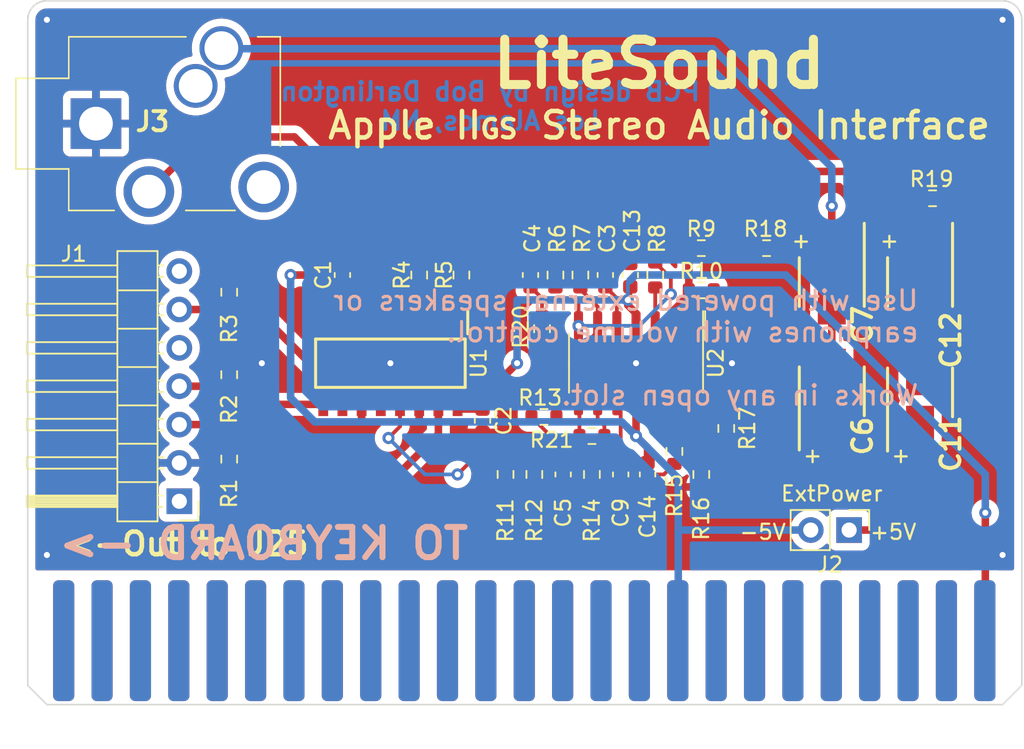
<source format=kicad_pcb>
(kicad_pcb (version 20211014) (generator pcbnew)
  (title_block (title "LiteSound stereo audio adapter for the Apple IIGS") (date "2022-07-16") (rev "2") (company "X-Division Aerospace, LLC - Los Alamos, NM 87544") (comment 1 "rdarlington@gmail.com") (comment 2 "PCB Layout by Bob Darlington"))
  (layers (0 "F.Cu" signal) (31 "B.Cu" signal) (34 "B.Paste" user) (35 "F.Paste" user) (36 "B.SilkS" user "B.Silkscreen") (37 "F.SilkS" user "F.Silkscreen") (38 "B.Mask" user) (39 "F.Mask" user) (44 "Edge.Cuts" user))
  (net 0 "")
  (net 1 "Net-(C9-Pad2)")
  (net 2 "Net-(R4-Pad2)")
  (net 4 "Net-(C5-Pad1)")
  (net 5 "Net-(C5-Pad2)")
  (net 8 "+5V")
  (net 9 "-5V")
  (net 10 "GNDA")
  (net 11 "Net-(C3-Pad2)")
  (net 12 "Net-(C4-Pad1)")
  (net 13 "Net-(C4-Pad2)")
  (net 14 "Net-(R20-Pad2)")
  (net 15 "Net-(R8-Pad2)")
  (net 16 "Net-(J1-Pad3)")
  (net 17 "Net-(J1-Pad4)")
  (net 18 "Net-(J1-Pad6)")
  (net 67 "Net-(R11-Pad2)")
  (net 68 "Net-(C7-Pad1)")
  (net 71 "Net-(R10-Pad1)")
  (net 72 "Net-(R14-Pad1)")
  (net 73 "Net-(R15-Pad2)")
  (net 74 "Net-(C6-Pad2)")
  (net 75 "Net-(R16-Pad1)")
  (net 76 "Net-(C11-Pad2)")
  (net 77 "Net-(C6-Pad1)")
  (net 78 "Net-(C11-Pad1)")
  (net 79 "Net-(C12-Pad1)")
  (footprint "fp-lib-table:SOIC127P600X175-16N" (layer "F.Cu") (at 135.128 107.5665 -90)
    (fp_text reference "U1" (at 0 -5.842 -90) (layer "F.SilkS"))
    (fp_text value "74HC4052D" hide)
    (pad "1" smd rect (at -2.725 -4.445) (size 0.65 1.55) (layers "F.Cu" "F.Paste" "F.Mask") (net 16 "Net-(J1-Pad3)"))
    (pad "2" smd rect (at -2.725 -3.175) (size 0.65 1.55) (layers "F.Cu" "F.Paste" "F.Mask") (net 10 "GNDA"))
    (pad "3" smd rect (at -2.725 -1.905) (size 0.65 1.55) (layers "F.Cu" "F.Paste" "F.Mask") (net 2 "Net-(R4-Pad2)"))
    (pad "4" smd rect (at -2.725 -0.635) (size 0.65 1.55) (layers "F.Cu" "F.Paste" "F.Mask") (net 10 "GNDA"))
    (pad "5" smd rect (at -2.725 0.635) (size 0.65 1.55) (layers "F.Cu" "F.Paste" "F.Mask") (net 10 "GNDA"))
    (pad "6" smd rect (at -2.725 1.905) (size 0.65 1.55) (layers "F.Cu" "F.Paste" "F.Mask") (net 10 "GNDA"))
    (pad "7" smd rect (at -2.725 3.175) (size 0.65 1.55) (layers "F.Cu" "F.Paste" "F.Mask") (net 9 "-5V"))
    (pad "8" smd rect (at -2.725 4.445) (size 0.65 1.55) (layers "F.Cu" "F.Paste" "F.Mask") (net 10 "GNDA"))
    (pad "9" smd rect (at 2.725 4.445) (size 0.65 1.55) (layers "F.Cu" "F.Paste" "F.Mask") (net 17 "Net-(J1-Pad4)"))
    (pad "10" smd rect (at 2.725 3.175) (size 0.65 1.55) (layers "F.Cu" "F.Paste" "F.Mask") (net 18 "Net-(J1-Pad6)"))
    (pad "11" smd rect (at 2.725 1.905) (size 0.65 1.55) (layers "F.Cu" "F.Paste" "F.Mask") (net 10 "GNDA"))
    (pad "12" smd rect (at 2.725 0.635) (size 0.65 1.55) (layers "F.Cu" "F.Paste" "F.Mask") (net 10 "GNDA"))
    (pad "13" smd rect (at 2.725 -0.635) (size 0.65 1.55) (layers "F.Cu" "F.Paste" "F.Mask") (net 67 "Net-(R11-Pad2)"))
    (pad "14" smd rect (at 2.725 -1.905) (size 0.65 1.55) (layers "F.Cu" "F.Paste" "F.Mask") (net 10 "GNDA"))
    (pad "15" smd rect (at 2.725 -3.175) (size 0.65 1.55) (layers "F.Cu" "F.Paste" "F.Mask") (net 16 "Net-(J1-Pad3)"))
    (pad "16" smd rect (at 2.725 -4.445) (size 0.65 1.55) (layers "F.Cu" "F.Paste" "F.Mask") (net 8 "+5V"))
  )
  (footprint "Resistor_SMD:R_0603_1608Metric" (layer "F.Cu") (at 145.288 111.1225)
    (fp_text reference "R13" (at -0.254 -1.27) (layer "F.SilkS"))
    (fp_text value "10K")
    (pad "1" smd roundrect (at -0.825 0) (size 0.8 0.95) (layers "F.Cu" "F.Paste" "F.Mask") (net 4 "Net-(C5-Pad1)"))
    (pad "2" smd roundrect (at 0.825 0) (size 0.8 0.95) (layers "F.Cu" "F.Paste" "F.Mask") (net 1 "Net-(C9-Pad2)"))
  )
  (footprint "fp-lib-table:CAPAE430X610N" (layer "F.Cu") (at 164.338 101.6525 -90)
    (fp_text reference "C7" (at 3.374 -2.032 -90) (layer "F.SilkS") (effects (font (size 1.27 1.27) (thickness 0.254))))
    (fp_text value "10uF" hide)
    (pad "1" smd rect locked (at -1.85 0) (size 1.85 3) (layers "F.Cu" "F.Paste" "F.Mask") (net 68 "Net-(C7-Pad1)"))
    (pad "2" smd rect locked (at 1.85 0) (size 1.85 3) (layers "F.Cu" "F.Paste" "F.Mask") (net 74 "Net-(C6-Pad2)"))
  )
  (footprint "Resistor_SMD:R_0603_1608Metric" (layer "F.Cu") (at 155.702 114.935 -90)
    (fp_text reference "R16" (at 2.921 0 90) (layer "F.SilkS"))
    (fp_text value "10K")
    (pad "1" smd roundrect (at -0.825 0 270) (size 0.8 0.95) (layers "F.Cu" "F.Paste" "F.Mask") (net 75 "Net-(R16-Pad1)"))
    (pad "2" smd roundrect (at 0.825 0 270) (size 0.8 0.95) (layers "F.Cu" "F.Paste" "F.Mask") (net 10 "GNDA"))
  )
  (footprint "Capacitor_SMD:C_0603_1608Metric" (layer "F.Cu") (at 141.224 111.3765 -90)
    (fp_text reference "C2" (at 0 -1.397 90) (layer "F.SilkS"))
    (fp_text value "0.1uF")
    (pad "1" smd roundrect (at -0.775 0 270) (size 0.9 0.95) (layers "F.Cu" "F.Paste" "F.Mask") (net 8 "+5V"))
    (pad "2" smd roundrect (at 0.775 0 270) (size 0.9 0.95) (layers "F.Cu" "F.Paste" "F.Mask") (net 10 "GNDA"))
  )
  (footprint "Resistor_SMD:R_0603_1608Metric" (layer "F.Cu") (at 155.702 99.9465)
    (fp_text reference "R9" (at 0 -1.27) (layer "F.SilkS"))
    (fp_text value "10K")
    (pad "1" smd roundrect (at -0.825 0) (size 0.8 0.95) (layers "F.Cu" "F.Paste" "F.Mask") (net 71 "Net-(R10-Pad1)"))
    (pad "2" smd roundrect (at 0.825 0) (size 0.8 0.95) (layers "F.Cu" "F.Paste" "F.Mask") (net 10 "GNDA"))
  )
  (footprint "Capacitor_SMD:C_0603_1608Metric" (layer "F.Cu") (at 149.352 101.7245 -90)
    (fp_text reference "C3" (at -2.413 -0.127 90) (layer "F.SilkS"))
    (fp_text value "1.5nF")
    (pad "1" smd roundrect (at -0.775 0 270) (size 0.9 0.95) (layers "F.Cu" "F.Paste" "F.Mask") (net 10 "GNDA"))
    (pad "2" smd roundrect (at 0.775 0 270) (size 0.9 0.95) (layers "F.Cu" "F.Paste" "F.Mask") (net 11 "Net-(C3-Pad2)"))
  )
  (footprint "Capacitor_SMD:C_0603_1608Metric" (layer "F.Cu") (at 146.558 114.9325 90)
    (fp_text reference "C5" (at -2.54 0 90) (layer "F.SilkS"))
    (fp_text value "1.5nF")
    (pad "1" smd roundrect (at -0.775 0 90) (size 0.9 0.95) (layers "F.Cu" "F.Paste" "F.Mask") (net 4 "Net-(C5-Pad1)"))
    (pad "2" smd roundrect (at 0.775 0 90) (size 0.9 0.95) (layers "F.Cu" "F.Paste" "F.Mask") (net 5 "Net-(C5-Pad2)"))
  )
  (footprint "Resistor_SMD:R_0603_1608Metric" (layer "F.Cu") (at 153.924 113.4085 90)
    (fp_text reference "R15" (at -2.9235 0 90) (layer "F.SilkS"))
    (fp_text value "10K")
    (pad "1" smd roundrect (at -0.825 0 90) (size 0.8 0.95) (layers "F.Cu" "F.Paste" "F.Mask") (net 5 "Net-(C5-Pad2)"))
    (pad "2" smd roundrect (at 0.825 0 90) (size 0.8 0.95) (layers "F.Cu" "F.Paste" "F.Mask") (net 73 "Net-(R15-Pad2)"))
  )
  (footprint "Capacitor_SMD:C_0603_1608Metric" (layer "F.Cu") (at 150.368 114.9325 90)
    (fp_text reference "C9" (at -2.54 0 90) (layer "F.SilkS"))
    (fp_text value "1.5nF")
    (pad "1" smd roundrect (at -0.775 0 90) (size 0.9 0.95) (layers "F.Cu" "F.Paste" "F.Mask") (net 10 "GNDA"))
    (pad "2" smd roundrect (at 0.775 0 90) (size 0.9 0.95) (layers "F.Cu" "F.Paste" "F.Mask") (net 1 "Net-(C9-Pad2)"))
  )
  (footprint "Resistor_SMD:R_0603_1608Metric" (layer "F.Cu") (at 148.463 112.3925)
    (fp_text reference "R21" (at -2.667 0.254) (layer "F.SilkS"))
    (fp_text value "10K")
    (pad "1" smd roundrect (at -0.825 0) (size 0.8 0.95) (layers "F.Cu" "F.Paste" "F.Mask") (net 5 "Net-(C5-Pad2)"))
    (pad "2" smd roundrect (at 0.825 0) (size 0.8 0.95) (layers "F.Cu" "F.Paste" "F.Mask") (net 72 "Net-(R14-Pad1)"))
  )
  (footprint "Resistor_SMD:R_0603_1608Metric" (layer "F.Cu") (at 160.02 99.9465)
    (fp_text reference "R18" (at -0.063 -1.27) (layer "F.SilkS"))
    (fp_text value "56k")
    (pad "1" smd roundrect (at -0.825 0) (size 0.8 0.95) (layers "F.Cu" "F.Paste" "F.Mask") (net 10 "GNDA"))
    (pad "2" smd roundrect (at 0.825 0) (size 0.8 0.95) (layers "F.Cu" "F.Paste" "F.Mask") (net 68 "Net-(C7-Pad1)"))
  )
  (footprint "Connector_PinHeader_2.54mm:PinHeader_1x02_P2.54mm_Vertical" (layer "F.Cu") (at 165.486 118.6155 -90)
    (fp_text reference "J2" (at 2.2885 1.275) (layer "F.SilkS"))
    (fp_text value "Conn_01x02_Male")
    (pad "1" thru_hole rect (at 0 0 270) (size 1.7 1.7) (drill 1) (layers *.Cu *.Mask) (net 8 "+5V"))
    (pad "2" thru_hole oval (at 0 2.54 270) (size 1.7 1.7) (drill 1) (layers *.Cu *.Mask) (net 9 "-5V"))
  )
  (footprint "Resistor_SMD:R_0603_1608Metric" (layer "F.Cu") (at 171.005 96.6445 180)
    (fp_text reference "R19" (at 0.063 1.2675) (layer "F.SilkS"))
    (fp_text value "56k")
    (pad "1" smd roundrect (at -0.825 0 180) (size 0.8 0.95) (layers "F.Cu" "F.Paste" "F.Mask") (net 10 "GNDA"))
    (pad "2" smd roundrect (at 0.825 0 180) (size 0.8 0.95) (layers "F.Cu" "F.Paste" "F.Mask") (net 79 "Net-(C12-Pad1)"))
  )
  (footprint "Resistor_SMD:R_0603_1608Metric" (layer "F.Cu") (at 146.05 101.727 -90)
    (fp_text reference "R6" (at -2.413 -0.127 90) (layer "F.SilkS"))
    (fp_text value "10K")
    (pad "1" smd roundrect (at -0.825 0 270) (size 0.8 0.95) (layers "F.Cu" "F.Paste" "F.Mask") (net 12 "Net-(C4-Pad1)"))
    (pad "2" smd roundrect (at 0.825 0 270) (size 0.8 0.95) (layers "F.Cu" "F.Paste" "F.Mask") (net 11 "Net-(C3-Pad2)"))
  )
  (footprint "Fiducial:Fiducial_1mm_Mask2mm" (layer "F.Cu") (at 132.6896 107.5436)
    (fp_text reference "REF02" hide)
    (fp_text value "Fiducial_1mm_Mask2mm" hide)
    (pad "" smd circle (at 0.0254 0.0254) (size 1 1) (layers "F.Cu" "F.Mask") (clearance 0.5))
  )
  (footprint "Capacitor_SMD:C_0603_1608Metric" (layer "F.Cu") (at 144.399 101.727 -90)
    (fp_text reference "C4" (at -2.413 -0.127 90) (layer "F.SilkS"))
    (fp_text value "1.5nF")
    (pad "1" smd roundrect (at -0.775 0 270) (size 0.9 0.95) (layers "F.Cu" "F.Paste" "F.Mask") (net 12 "Net-(C4-Pad1)"))
    (pad "2" smd roundrect (at 0.775 0 270) (size 0.9 0.95) (layers "F.Cu" "F.Paste" "F.Mask") (net 13 "Net-(C4-Pad2)"))
  )
  (footprint "Capacitor_SMD:C_0603_1608Metric" (layer "F.Cu") (at 151.003 101.727 -90)
    (fp_text reference "C13" (at -2.921 -0.127 90) (layer "F.SilkS"))
    (fp_text value "0.1uF")
    (pad "1" smd roundrect (at -0.775 0 270) (size 0.9 0.95) (layers "F.Cu" "F.Paste" "F.Mask") (net 10 "GNDA"))
    (pad "2" smd roundrect (at 0.775 0 270) (size 0.9 0.95) (layers "F.Cu" "F.Paste" "F.Mask") (net 8 "+5V"))
  )
  (footprint "Fiducial:Fiducial_1mm_Mask2mm" (layer "F.Cu") (at 114.935 87.122)
    (fp_text reference "REF01" hide)
    (fp_text value "Fiducial_1mm_Mask2mm" hide)
    (pad "FID1" smd circle (at 0 0) (size 1 1) (property pad_prop_fiducial_loc) (layers "F.Cu" "F.Mask") (clearance 0.5))
  )
  (footprint "Resistor_SMD:R_0603_1608Metric" (layer "F.Cu") (at 147.701 101.727 90)
    (fp_text reference "R7" (at 2.413 0.127 90) (layer "F.SilkS"))
    (fp_text value "10K")
    (pad "1" smd roundrect (at -0.825 0 90) (size 0.8 0.95) (layers "F.Cu" "F.Paste" "F.Mask") (net 14 "Net-(R20-Pad2)"))
    (pad "2" smd roundrect (at 0.825 0 90) (size 0.8 0.95) (layers "F.Cu" "F.Paste" "F.Mask") (net 10 "GNDA"))
  )
  (footprint "Resistor_SMD:R_0603_1608Metric" (layer "F.Cu") (at 142.748 114.9325 90)
    (fp_text reference "R11" (at -3.048 0 90) (layer "F.SilkS"))
    (fp_text value "10K")
    (pad "1" smd roundrect (at -0.825 0 90) (size 0.8 0.95) (layers "F.Cu" "F.Paste" "F.Mask") (net 10 "GNDA"))
    (pad "2" smd roundrect (at 0.825 0 90) (size 0.8 0.95) (layers "F.Cu" "F.Paste" "F.Mask") (net 67 "Net-(R11-Pad2)"))
  )
  (footprint "Capacitor_SMD:C_0603_1608Metric" (layer "F.Cu") (at 152.146 114.9325 90)
    (fp_text reference "C14" (at -2.794 0 90) (layer "F.SilkS"))
    (fp_text value "0.1uF")
    (pad "1" smd roundrect (at -0.775 0 90) (size 0.9 0.95) (layers "F.Cu" "F.Paste" "F.Mask") (net 10 "GNDA"))
    (pad "2" smd roundrect (at 0.775 0 90) (size 0.9 0.95) (layers "F.Cu" "F.Paste" "F.Mask") (net 9 "-5V"))
  )
  (footprint "Resistor_SMD:R_0603_1608Metric" (layer "F.Cu") (at 155.702 102.7405)
    (fp_text reference "R10" (at 0 -1.27) (layer "F.SilkS"))
    (fp_text value "15K")
    (pad "1" smd roundrect (at -0.825 0) (size 0.8 0.95) (layers "F.Cu" "F.Paste" "F.Mask") (net 71 "Net-(R10-Pad1)"))
    (pad "2" smd roundrect (at 0.825 0) (size 0.8 0.95) (layers "F.Cu" "F.Paste" "F.Mask") (net 77 "Net-(C6-Pad1)"))
  )
  (footprint "Resistor_SMD:R_0603_1608Metric" (layer "F.Cu") (at 124.46 108.3285 -90)
    (fp_text reference "R2" (at 2.286 0 -270) (layer "F.SilkS"))
    (fp_text value "10K")
    (pad "1" smd roundrect (at -0.825 0 270) (size 0.8 0.95) (layers "F.Cu" "F.Paste" "F.Mask") (net 10 "GNDA"))
    (pad "2" smd roundrect (at 0.825 0 270) (size 0.8 0.95) (layers "F.Cu" "F.Paste" "F.Mask") (net 17 "Net-(J1-Pad4)"))
  )
  (footprint "Resistor_SMD:R_0603_1608Metric" (layer "F.Cu") (at 148.463 114.9325 -90)
    (fp_text reference "R14" (at 3.048 0 90) (layer "F.SilkS"))
    (fp_text value "10K")
    (pad "1" smd roundrect (at -0.825 0 270) (size 0.8 0.95) (layers "F.Cu" "F.Paste" "F.Mask") (net 72 "Net-(R14-Pad1)"))
    (pad "2" smd roundrect (at 0.825 0 270) (size 0.8 0.95) (layers "F.Cu" "F.Paste" "F.Mask") (net 10 "GNDA"))
  )
  (footprint "Resistor_SMD:R_0603_1608Metric" (layer "F.Cu") (at 152.654 101.7245 -90)
    (fp_text reference "R8" (at -2.413 -0.127 90) (layer "F.SilkS"))
    (fp_text value "10K")
    (pad "1" smd roundrect (at -0.825 0 270) (size 0.8 0.95) (layers "F.Cu" "F.Paste" "F.Mask") (net 13 "Net-(C4-Pad2)"))
    (pad "2" smd roundrect (at 0.825 0 270) (size 0.8 0.95) (layers "F.Cu" "F.Paste" "F.Mask") (net 15 "Net-(R8-Pad2)"))
  )
  (footprint "Package_SO:SOIC-14_3.9x8.7mm_P1.27mm" (layer "F.Cu") (at 151.384 107.5665 -90)
    (fp_text reference "U2" (at 0 -5.28 90) (layer "F.SilkS"))
    (fp_text value "TL074" hide)
    (pad "1" smd roundrect (at -2.475 -3.81 270) (size 1.95 0.6) (layers "F.Cu" "F.Paste" "F.Mask") (net 77 "Net-(C6-Pad1)"))
    (pad "2" smd roundrect (at -2.475 -2.54 270) (size 1.95 0.6) (layers "F.Cu" "F.Paste" "F.Mask") (net 71 "Net-(R10-Pad1)"))
    (pad "3" smd roundrect (at -2.475 -1.27 270) (size 1.95 0.6) (layers "F.Cu" "F.Paste" "F.Mask") (net 15 "Net-(R8-Pad2)"))
    (pad "4" smd roundrect (at -2.475 0 270) (size 1.95 0.6) (layers "F.Cu" "F.Paste" "F.Mask") (net 8 "+5V"))
    (pad "5" smd roundrect (at -2.475 1.27 270) (size 1.95 0.6) (layers "F.Cu" "F.Paste" "F.Mask") (net 11 "Net-(C3-Pad2)"))
    (pad "6" smd roundrect (at -2.475 2.54 270) (size 1.95 0.6) (layers "F.Cu" "F.Paste" "F.Mask") (net 14 "Net-(R20-Pad2)"))
    (pad "7" smd roundrect (at -2.475 3.81 270) (size 1.95 0.6) (layers "F.Cu" "F.Paste" "F.Mask") (net 13 "Net-(C4-Pad2)"))
    (pad "8" smd roundrect (at 2.475 3.81 270) (size 1.95 0.6) (layers "F.Cu" "F.Paste" "F.Mask") (net 5 "Net-(C5-Pad2)"))
    (pad "9" smd roundrect (at 2.475 2.54 270) (size 1.95 0.6) (layers "F.Cu" "F.Paste" "F.Mask") (net 72 "Net-(R14-Pad1)"))
    (pad "10" smd roundrect (at 2.475 1.27 270) (size 1.95 0.6) (layers "F.Cu" "F.Paste" "F.Mask") (net 1 "Net-(C9-Pad2)"))
    (pad "11" smd roundrect (at 2.475 0 270) (size 1.95 0.6) (layers "F.Cu" "F.Paste" "F.Mask") (net 9 "-5V"))
    (pad "12" smd roundrect (at 2.475 -1.27 270) (size 1.95 0.6) (layers "F.Cu" "F.Paste" "F.Mask") (net 73 "Net-(R15-Pad2)"))
    (pad "13" smd roundrect (at 2.475 -2.54 270) (size 1.95 0.6) (layers "F.Cu" "F.Paste" "F.Mask") (net 75 "Net-(R16-Pad1)"))
    (pad "14" smd roundrect (at 2.475 -3.81 270) (size 1.95 0.6) (layers "F.Cu" "F.Paste" "F.Mask") (net 78 "Net-(C11-Pad1)"))
  )
  (footprint "Apple2:Apple2_card_slot" (layer "F.Cu") (at 110.966 129.7515)
    (fp_text reference "J4")
    (fp_text value "AppleII_slot")
    (pad "1" smd roundrect (at 2.54 -3.81) (size 1.4 8) (layers "F.Cu" "F.Mask"))
    (pad "2" smd roundrect (at 5.08 -3.81) (size 1.4 8) (layers "F.Cu" "F.Mask"))
    (pad "3" smd roundrect (at 7.62 -3.81) (size 1.4 8) (layers "F.Cu" "F.Mask"))
    (pad "4" smd roundrect (at 10.16 -3.81) (size 1.4 8) (layers "F.Cu" "F.Mask"))
    (pad "5" smd roundrect (at 12.7 -3.81) (size 1.4 8) (layers "F.Cu" "F.Mask"))
    (pad "6" smd roundrect (at 15.24 -3.81) (size 1.4 8) (layers "F.Cu" "F.Mask"))
    (pad "7" smd roundrect (at 17.78 -3.81) (size 1.4 8) (layers "F.Cu" "F.Mask"))
    (pad "8" smd roundrect (at 20.32 -3.81) (size 1.4 8) (layers "F.Cu" "F.Mask"))
    (pad "9" smd roundrect (at 22.86 -3.81) (size 1.4 8) (layers "F.Cu" "F.Mask"))
    (pad "10" smd roundrect (at 25.4 -3.81) (size 1.4 8) (layers "F.Cu" "F.Mask"))
    (pad "11" smd roundrect (at 27.94 -3.81) (size 1.4 8) (layers "F.Cu" "F.Mask"))
    (pad "12" smd roundrect (at 30.48 -3.81) (size 1.4 8) (layers "F.Cu" "F.Mask"))
    (pad "13" smd roundrect (at 33.02 -3.81) (size 1.4 8) (layers "F.Cu" "F.Mask"))
    (pad "14" smd roundrect (at 35.56 -3.81) (size 1.4 8) (layers "F.Cu" "F.Mask"))
    (pad "15" smd roundrect (at 38.1 -3.81) (size 1.4 8) (layers "F.Cu" "F.Mask"))
    (pad "16" smd roundrect (at 40.64 -3.81) (size 1.4 8) (layers "F.Cu" "F.Mask"))
    (pad "17" smd roundrect (at 43.18 -3.81) (size 1.4 8) (layers "F.Cu" "F.Mask"))
    (pad "18" smd roundrect (at 45.72 -3.81) (size 1.4 8) (layers "F.Cu" "F.Mask"))
    (pad "19" smd roundrect (at 48.26 -3.81) (size 1.4 8) (layers "F.Cu" "F.Mask"))
    (pad "20" smd roundrect (at 50.8 -3.81) (size 1.4 8) (layers "F.Cu" "F.Mask"))
    (pad "21" smd roundrect (at 53.34 -3.81) (size 1.4 8) (layers "F.Cu" "F.Mask"))
    (pad "22" smd roundrect (at 55.88 -3.81) (size 1.4 8) (layers "F.Cu" "F.Mask"))
    (pad "23" smd roundrect (at 58.42 -3.81) (size 1.4 8) (layers "F.Cu" "F.Mask"))
    (pad "24" smd roundrect (at 60.96 -3.81) (size 1.4 8) (layers "F.Cu" "F.Mask"))
    (pad "25" smd roundrect (at 63.5 -3.81) (size 1.4 8) (layers "F.Cu" "F.Mask") (net 8 "+5V"))
    (pad "26" smd roundrect (at 63.5 -3.81) (size 1.4 8) (layers "B.Cu" "B.Mask"))
    (pad "27" smd roundrect (at 60.96 -3.81) (size 1.4 8) (layers "B.Cu" "B.Mask"))
    (pad "28" smd roundrect (at 58.42 -3.81) (size 1.4 8) (layers "B.Cu" "B.Mask"))
    (pad "29" smd roundrect (at 55.88 -3.81) (size 1.4 8) (layers "B.Cu" "B.Mask"))
    (pad "30" smd roundrect (at 53.34 -3.81) (size 1.4 8) (layers "B.Cu" "B.Mask"))
    (pad "31" smd roundrect (at 50.8 -3.81) (size 1.4 8) (layers "B.Cu" "B.Mask"))
    (pad "32" smd roundrect (at 48.26 -3.81) (size 1.4 8) (layers "B.Cu" "B.Mask"))
    (pad "33" smd roundrect (at 45.72 -3.81) (size 1.4 8) (layers "B.Cu" "B.Mask"))
    (pad "34" smd roundrect (at 43.18 -3.81) (size 1.4 8) (layers "B.Cu" "B.Mask") (net 9 "-5V"))
    (pad "35" smd roundrect (at 40.64 -3.81) (size 1.4 8) (layers "B.Cu" "B.Mask"))
    (pad "36" smd roundrect (at 38.1 -3.81) (size 1.4 8) (layers "B.Cu" "B.Mask"))
    (pad "37" smd roundrect (at 35.56 -3.81) (size 1.4 8) (layers "B.Cu" "B.Mask"))
    (pad "38" smd roundrect (at 33.02 -3.81) (size 1.4 8) (layers "B.Cu" "B.Mask"))
    (pad "39" smd roundrect (at 30.48 -3.81) (size 1.4 8) (layers "B.Cu" "B.Mask"))
    (pad "40" smd roundrect (at 27.94 -3.81) (size 1.4 8) (layers "B.Cu" "B.Mask"))
    (pad "41" smd roundrect (at 25.4 -3.81) (size 1.4 8) (layers "B.Cu" "B.Mask"))
    (pad "42" smd roundrect (at 22.86 -3.81) (size 1.4 8) (layers "B.Cu" "B.Mask"))
    (pad "43" smd roundrect (at 20.32 -3.81) (size 1.4 8) (layers "B.Cu" "B.Mask"))
    (pad "44" smd roundrect (at 17.78 -3.81) (size 1.4 8) (layers "B.Cu" "B.Mask"))
    (pad "45" smd roundrect (at 15.24 -3.81) (size 1.4 8) (layers "B.Cu" "B.Mask"))
    (pad "46" smd roundrect (at 12.7 -3.81) (size 1.4 8) (layers "B.Cu" "B.Mask"))
    (pad "47" smd roundrect (at 10.16 -3.81) (size 1.4 8) (layers "B.Cu" "B.Mask"))
    (pad "48" smd roundrect (at 7.62 -3.81) (size 1.4 8) (layers "B.Cu" "B.Mask"))
    (pad "49" smd roundrect (at 5.08 -3.81) (size 1.4 8) (layers "B.Cu" "B.Mask"))
    (pad "50" smd roundrect (at 2.54 -3.81) (size 1.4 8) (layers "B.Cu" "B.Mask"))
  )
  (footprint "fp-lib-table:SJ13515N" (layer "F.Cu") (at 115.6415 91.701)
    (fp_text reference "J3" (at 3.739 -0.136) (layer "F.SilkS") (effects (font (size 1.27 1.27) (thickness 0.254))))
    (fp_text value "SJ1-3515N" hide)
    (pad "1" thru_hole rect locked (at 0 0) (size 3.354 3.354) (drill 2.23607) (layers *.Cu *.Mask) (net 10 "GNDA"))
    (pad "2" thru_hole circle locked (at 3.5 4.5) (size 3.354 3.354) (drill 2.23607) (layers *.Cu *.Mask) (net 79 "Net-(C12-Pad1)"))
    (pad "3" thru_hole circle locked (at 8.3 -5) (size 2.9 2.9) (drill 2.23607) (layers *.Cu *.Mask) (net 68 "Net-(C7-Pad1)"))
    (pad "4" thru_hole circle locked (at 11.1 4.2) (size 3.354 3.354) (drill 2.23607) (layers *.Cu *.Mask))
    (pad "5" thru_hole circle locked (at 6.6 -2.5) (size 2.9 2.9) (drill 2.23607) (layers *.Cu *.Mask))
  )
  (footprint "fp-lib-table:CAPAE430X610N" (layer "F.Cu") (at 170.18 101.6525 -90)
    (fp_text reference "C12" (at 4.39 -2.032 -90) (layer "F.SilkS") (effects (font (size 1.27 1.27) (thickness 0.254))))
    (fp_text value "10uF" hide)
    (pad "1" smd rect locked (at -1.85 0) (size 1.85 3) (layers "F.Cu" "F.Paste" "F.Mask") (net 79 "Net-(C12-Pad1)"))
    (pad "2" smd rect locked (at 1.85 0) (size 1.85 3) (layers "F.Cu" "F.Paste" "F.Mask") (net 76 "Net-(C11-Pad2)"))
  )
  (footprint "Fiducial:Fiducial_1mm_Mask2mm" (layer "F.Cu") (at 154.2796 107.5436)
    (fp_text reference "REF03" hide)
    (fp_text value "Fiducial_1mm_Mask2mm" hide)
    (pad "" smd circle (at 0.2794 0.0254) (size 1 1) (layers "F.Cu" "F.Mask") (clearance 0.5))
  )
  (footprint "Resistor_SMD:R_0603_1608Metric" (layer "F.Cu") (at 144.653 114.9325 -90)
    (fp_text reference "R12" (at 3.048 0 90) (layer "F.SilkS"))
    (fp_text value "10K")
    (pad "1" smd roundrect (at -0.825 0 270) (size 0.8 0.95) (layers "F.Cu" "F.Paste" "F.Mask") (net 67 "Net-(R11-Pad2)"))
    (pad "2" smd roundrect (at 0.825 0 270) (size 0.8 0.95) (layers "F.Cu" "F.Paste" "F.Mask") (net 4 "Net-(C5-Pad1)"))
  )
  (footprint "fp-lib-table:CAPAE430X610N" (layer "F.Cu") (at 164.338 109.9625 90)
    (fp_text reference "C6" (at -2.43 2.032 90) (layer "F.SilkS") (effects (font (size 1.27 1.27) (thickness 0.254))))
    (fp_text value "10uF" hide)
    (pad "1" smd rect locked (at -1.85 0 180) (size 1.85 3) (layers "F.Cu" "F.Paste" "F.Mask") (net 77 "Net-(C6-Pad1)"))
    (pad "2" smd rect locked (at 1.85 0 180) (size 1.85 3) (layers "F.Cu" "F.Paste" "F.Mask") (net 74 "Net-(C6-Pad2)"))
  )
  (footprint "Connector_PinHeader_2.54mm:PinHeader_1x07_P2.54mm_Horizontal" (layer "F.Cu") (at 121.158 116.7105 180)
    (fp_text reference "J1" (at 6.985 16.383) (layer "F.SilkS"))
    (fp_text value "Conn_01x07")
    (pad "1" thru_hole rect (at 0 0 180) (size 1.7 1.7) (drill 1) (layers *.Cu *.Mask))
    (pad "2" thru_hole oval (at 0 2.54 180) (size 1.7 1.7) (drill 1) (layers *.Cu *.Mask) (net 10 "GNDA"))
    (pad "3" thru_hole oval (at 0 5.08 180) (size 1.7 1.7) (drill 1) (layers *.Cu *.Mask) (net 16 "Net-(J1-Pad3)"))
    (pad "4" thru_hole oval (at 0 7.62 180) (size 1.7 1.7) (drill 1) (layers *.Cu *.Mask) (net 17 "Net-(J1-Pad4)"))
    (pad "5" thru_hole oval (at 0 10.16 180) (size 1.7 1.7) (drill 1) (layers *.Cu *.Mask))
    (pad "6" thru_hole oval (at 0 12.7 180) (size 1.7 1.7) (drill 1) (layers *.Cu *.Mask) (net 18 "Net-(J1-Pad6)"))
    (pad "7" thru_hole oval (at 0 15.24 180) (size 1.7 1.7) (drill 1) (layers *.Cu *.Mask))
  )
  (footprint "Capacitor_SMD:C_0603_1608Metric" (layer "F.Cu") (at 131.953 101.727 -90)
    (fp_text reference "C1" (at 0 1.27 90) (layer "F.SilkS"))
    (fp_text value "0.1uF")
    (pad "1" smd roundrect (at -0.775 0 270) (size 0.9 0.95) (layers "F.Cu" "F.Paste" "F.Mask") (net 10 "GNDA"))
    (pad "2" smd roundrect (at 0.775 0 270) (size 0.9 0.95) (layers "F.Cu" "F.Paste" "F.Mask") (net 9 "-5V"))
  )
  (footprint "Resistor_SMD:R_0603_1608Metric" (layer "F.Cu") (at 124.46 102.8675 -90)
    (fp_text reference "R3" (at 2.413 0 90) (layer "F.SilkS"))
    (fp_text value "10K")
    (pad "1" smd roundrect (at -0.825 0 270) (size 0.8 0.95) (layers "F.Cu" "F.Paste" "F.Mask") (net 10 "GNDA"))
    (pad "2" smd roundrect (at 0.825 0 270) (size 0.8 0.95) (layers "F.Cu" "F.Paste" "F.Mask") (net 18 "Net-(J1-Pad6)"))
  )
  (footprint "Resistor_SMD:R_0603_1608Metric" (layer "F.Cu") (at 137.033 101.727 -90)
    (fp_text reference "R4" (at 0 1.143 -270) (layer "F.SilkS"))
    (fp_text value "10K")
    (pad "1" smd roundrect (at -0.825 0 270) (size 0.8 0.95) (layers "F.Cu" "F.Paste" "F.Mask") (net 10 "GNDA"))
    (pad "2" smd roundrect (at 0.825 0 270) (size 0.8 0.95) (layers "F.Cu" "F.Paste" "F.Mask") (net 2 "Net-(R4-Pad2)"))
  )
  (footprint "Resistor_SMD:R_0603_1608Metric" (layer "F.Cu") (at 124.46 113.9165 90)
    (fp_text reference "R1" (at -2.286 0 270) (layer "F.SilkS"))
    (fp_text value "10K")
    (pad "1" smd roundrect (at -0.825 0 90) (size 0.8 0.95) (layers "F.Cu" "F.Paste" "F.Mask") (net 10 "GNDA"))
    (pad "2" smd roundrect (at 0.825 0 90) (size 0.8 0.95) (layers "F.Cu" "F.Paste" "F.Mask") (net 16 "Net-(J1-Pad3)"))
  )
  (footprint "Resistor_SMD:R_0603_1608Metric" (layer "F.Cu") (at 145.161 105.283 -90)
    (fp_text reference "R20" (at -0.127 1.397 90) (layer "F.SilkS"))
    (fp_text value "10K")
    (pad "1" smd roundrect (at -0.825 0 270) (size 0.8 0.95) (layers "F.Cu" "F.Paste" "F.Mask") (net 13 "Net-(C4-Pad2)"))
    (pad "2" smd roundrect (at 0.825 0 270) (size 0.8 0.95) (layers "F.Cu" "F.Paste" "F.Mask") (net 14 "Net-(R20-Pad2)"))
  )
  (footprint "Resistor_SMD:R_0603_1608Metric" (layer "F.Cu") (at 139.827 101.727 90)
    (fp_text reference "R5" (at 0 -1.143 90) (layer "F.SilkS"))
    (fp_text value "10K")
    (pad "1" smd roundrect (at -0.825 0 90) (size 0.8 0.95) (layers "F.Cu" "F.Paste" "F.Mask") (net 2 "Net-(R4-Pad2)"))
    (pad "2" smd roundrect (at 0.825 0 90) (size 0.8 0.95) (layers "F.Cu" "F.Paste" "F.Mask") (net 12 "Net-(C4-Pad1)"))
  )
  (footprint "fp-lib-table:CAPAE430X610N" (layer "F.Cu") (at 170.18 110.0345 90)
    (fp_text reference "C11" (at -2.866 2.032 90) (layer "F.SilkS") (effects (font (size 1.27 1.27) (thickness 0.254))))
    (fp_text value "10uF" hide)
    (pad "1" smd rect locked (at -1.85 0 180) (size 1.85 3) (layers "F.Cu" "F.Paste" "F.Mask") (net 78 "Net-(C11-Pad1)"))
    (pad "2" smd rect locked (at 1.85 0 180) (size 1.85 3) (layers "F.Cu" "F.Paste" "F.Mask") (net 76 "Net-(C11-Pad2)"))
  )
  (footprint "Resistor_SMD:R_0603_1608Metric" (layer "F.Cu") (at 157.353 111.887 90)
    (fp_text reference "R17" (at 0 1.397 90) (layer "F.SilkS"))
    (fp_text value "15k")
    (pad "1" smd roundrect (at -0.825 0 90) (size 0.8 0.95) (layers "F.Cu" "F.Paste" "F.Mask") (net 75 "Net-(R16-Pad1)"))
    (pad "2" smd roundrect (at 0.825 0 90) (size 0.8 0.95) (layers "F.Cu" "F.Paste" "F.Mask") (net 78 "Net-(C11-Pad1)"))
  )
  (gr_line (start 175.641 130.1725) (end 176.911 128.9025) (layer "Edge.Cuts") (width 0.1))
  (gr_line (start 112.395 130.1725) (end 111.125 128.9025) (layer "Edge.Cuts") (width 0.1))
  (gr_line (start 111.125 128.9025) (end 111.125 84.8335) (layer "Edge.Cuts") (width 0.1))
  (gr_line (start 175.641 130.1725) (end 112.395 130.1725) (layer "Edge.Cuts") (width 0.1))
  (gr_arc (start 175.641 83.5635) (mid 176.539026 83.935474) (end 176.911 84.8335) (layer "Edge.Cuts") (width 0.1))
  (gr_line (start 112.395 83.5635) (end 175.641 83.5635) (layer "Edge.Cuts") (width 0.1))
  (gr_arc (start 111.125 84.8335) (mid 111.496974 83.935474) (end 112.395 83.5635) (layer "Edge.Cuts") (width 0.1))
  (gr_line (start 176.911 128.9025) (end 176.911 84.8335) (layer "Edge.Cuts") (width 0.1))
  (gr_text "PCB design by Bob Darlington\nLos Alamos, NM" (at 141.732 90.5485) (layer "B.Cu") (effects (font (size 1.2 1.2) (thickness 0.25)) (justify mirror)))
  (gr_text "Use with powered external speakers or \nearphones with volume control.\n\nWorks in any open slot.  " (at 170.18 106.5505) (layer "B.SilkS") (effects (font (size 1.3 1.3) (thickness 0.2)) (justify left mirror)))
  (gr_text "TO KEYBOARD ->" (at 126.746 119.5045) (layer "B.SilkS") (effects (font (size 2 2) (thickness 0.4)) (justify mirror)))
  (gr_text "+5V" (at 168.402 118.7425) (layer "F.SilkS") (effects (font (size 1 1))))
  (gr_text "-5V" (at 159.766 118.7425) (layer "F.SilkS") (effects (font (size 1 1))))
  (gr_text "+" (at 168.91 113.6625) (layer "F.SilkS") (effects (font (size 1 1))))
  (gr_text "+" (at 162.306 99.4385) (layer "F.SilkS") (effects (font (size 1 1))))
  (gr_text "ExtPower" (at 164.338 116.205) (layer "F.SilkS") (effects (font (size 1 1))))
  (gr_text "+" (at 168.148 99.4385) (layer "F.SilkS") (effects (font (size 1 1))))
  (gr_text "Apple II   Stereo Audio Interface" (at 152.908 91.8185) (layer "F.SilkS") (effects (font (size 1.75 1.75) (thickness 0.3))))
  (gr_text "GS" (at 142.312486 92.059181) (layer "F.SilkS") (effects (font (size 1.225 1.225) (thickness 0.275))))
  (gr_text "+" (at 163.068 113.6625) (layer "F.SilkS") (effects (font (size 1 1))))
  (gr_text "<-Out to J25" (at 121.680142 119.536021) (layer "F.SilkS") (effects (font (size 1.5 1.5) (thickness 0.3))))
  (gr_text "LiteSound\n" (at 152.908 87.7545) (layer "F.SilkS") (effects (font (size 3 3) (thickness 0.6))))
  (segment (start 146.113 109.856428) (end 146.113 111.1225) (width 0.25) (layer "F.Cu") (net 1))
  (segment (start 149.190552 108.74198) (end 147.227448 108.74198) (width 0.25) (layer "F.Cu") (net 1))
  (segment (start 150.114 109.665428) (end 149.190552 108.74198) (width 0.25) (layer "F.Cu") (net 1))
  (segment (start 150.368 114.1575) (end 150.368 110.2955) (width 0.25) (layer "F.Cu") (net 1))
  (segment (start 147.227448 108.74198) (end 146.113 109.856428) (width 0.25) (layer "F.Cu") (net 1))
  (segment (start 150.114 110.0415) (end 150.114 109.665428) (width 0.25) (layer "F.Cu") (net 1))
  (segment (start 150.368 110.2955) (end 150.114 110.0415) (width 0.25) (layer "F.Cu") (net 1))
  (segment (start 139.827 102.552) (end 137.033 102.552) (width 0.25) (layer "F.Cu") (net 2))
  (segment (start 137.033 102.552) (end 137.033 104.8415) (width 0.25) (layer "F.Cu") (net 2))
  (segment (start 144.463 111.1225) (end 145.45252 112.11202) (width 0.25) (layer "F.Cu") (net 4))
  (segment (start 146.558 115.7075) (end 144.703 115.7075) (width 0.25) (layer "F.Cu") (net 4))
  (segment (start 145.45252 112.11202) (end 145.45252 114.60202) (width 0.25) (layer "F.Cu") (net 4))
  (segment (start 145.45252 114.60202) (end 146.558 115.7075) (width 0.25) (layer "F.Cu") (net 4))
  (segment (start 144.703 115.7075) (end 144.653 115.7575) (width 0.25) (layer "F.Cu") (net 4))
  (segment (start 147.638 113.0775) (end 146.558 114.1575) (width 0.25) (layer "F.Cu") (net 5))
  (segment (start 147.638 112.3925) (end 147.638 113.0775) (width 0.25) (layer "F.Cu") (net 5))
  (segment (start 153.924 114.2335) (end 153.22548 114.93202) (width 0.25) (layer "F.Cu") (net 5))
  (segment (start 153.22548 114.93202) (end 148.070737 114.93202) (width 0.25) (layer "F.Cu") (net 5))
  (segment (start 147.638 112.3925) (end 147.638 110.1055) (width 0.25) (layer "F.Cu") (net 5))
  (segment (start 147.638 114.499283) (end 147.638 112.3925) (width 0.25) (layer "F.Cu") (net 5))
  (segment (start 147.638 110.1055) (end 147.574 110.0415) (width 0.25) (layer "F.Cu") (net 5))
  (segment (start 148.070737 114.93202) (end 147.638 114.499283) (width 0.25) (layer "F.Cu") (net 5))
  (segment (start 174.498 118.6155) (end 174.498 120.5205) (width 0.5) (layer "F.Cu") (net 8))
  (segment (start 165.486 118.6155) (end 174.498 118.6155) (width 0.5) (layer "F.Cu") (net 8))
  (segment (start 174.498 120.5205) (end 174.498 123.495585) (width 0.5) (layer "F.Cu") (net 8))
  (segment (start 139.883 110.6015) (end 139.573 110.2915) (width 0.5) (layer "F.Cu") (net 8))
  (segment (start 174.498 117.4725) (end 174.498 118.6155) (width 0.5) (layer "F.Cu") (net 8))
  (segment (start 143.51 107.569) (end 141.224 109.855) (width 0.5) (layer "F.Cu") (net 8))
  (segment (start 150.876 103.3405) (end 150.8385 103.378) (width 0.5) (layer "F.Cu") (net 8))
  (segment (start 150.8385 103.378) (end 150.8385 103.719) (width 0.5) (layer "F.Cu") (net 8))
  (segment (start 141.224 110.6015) (end 139.883 110.6015) (width 0.5) (layer "F.Cu") (net 8))
  (segment (start 151.003 103.2135) (end 150.8385 103.378) (width 0.25) (layer "F.Cu") (net 8))
  (segment (start 151.384 104.2645) (end 151.384 105.0915) (width 0.5) (layer "F.Cu") (net 8))
  (segment (start 174.498 123.495585) (end 174.466 123.527585) (width 0.25) (layer "F.Cu") (net 8))
  (segment (start 141.224 109.855) (end 141.224 110.6015) (width 0.5) (layer "F.Cu") (net 8))
  (segment (start 151.003 102.502) (end 151.003 103.2135) (width 0.25) (layer "F.Cu") (net 8))
  (segment (start 150.8385 103.719) (end 151.384 104.2645) (width 0.5) (layer "F.Cu") (net 8))
  (segment (start 143.51 107.5665) (end 143.51 107.569) (width 0.5) (layer "F.Cu") (net 8))
  (segment (start 174.466 123.527585) (end 174.466 125.9415) (width 0.25) (layer "F.Cu") (net 8))
  (via (at 143.51 107.5665) (size 0.8) (drill 0.4) (layers "F.Cu" "B.Cu") (net 8))
  (via (at 174.498 117.4725) (size 0.8) (drill 0.4) (layers "F.Cu" "B.Cu") (net 8))
  (via (at 150.8385 103.378) (size 0.8) (drill 0.4) (layers "F.Cu" "B.Cu") (net 8))
  (segment (start 150.8385 103.378) (end 150.836 103.3755) (width 0.5) (layer "B.Cu") (net 8))
  (segment (start 151.35 101.7245) (end 150.986 102.0885) (width 0.5) (layer "B.Cu") (net 8))
  (segment (start 161.29 101.7245) (end 151.35 101.7245) (width 0.5) (layer "B.Cu") (net 8))
  (segment (start 174.498 117.4725) (end 174.498 114.9325) (width 0.5) (layer "B.Cu") (net 8))
  (segment (start 150.8385 102.236) (end 150.8385 103.378) (width 0.25) (layer "B.Cu") (net 8))
  (segment (start 174.498 114.9325) (end 161.29 101.7245) (width 0.5) (layer "B.Cu") (net 8))
  (segment (start 150.986 102.0885) (end 150.8385 102.236) (width 0.25) (layer "B.Cu") (net 8))
  (segment (start 150.836 103.3755) (end 143.51 103.3755) (width 0.5) (layer "B.Cu") (net 8))
  (segment (start 143.51 103.3755) (end 143.51 107.5665) (width 0.5) (layer "B.Cu") (net 8))
  (segment (start 152.146 113.1545) (end 151.384 112.3925) (width 0.5) (layer "F.Cu") (net 9))
  (segment (start 131.953 104.8415) (end 131.953 102.502) (width 0.5) (layer "F.Cu") (net 9))
  (segment (start 129.794 101.727) (end 128.524 101.727) (width 0.5) (layer "F.Cu") (net 9))
  (segment (start 130.569 102.502) (end 129.794 101.727) (width 0.5) (layer "F.Cu") (net 9))
  (segment (start 151.384 112.3925) (end 151.384 110.0415) (width 0.5) (layer "F.Cu") (net 9))
  (segment (start 152.146 114.1575) (end 152.146 113.1545) (width 0.5) (layer "F.Cu") (net 9))
  (segment (start 131.953 102.502) (end 130.569 102.502) (width 0.5) (layer "F.Cu") (net 9))
  (via (at 151.384 112.3925) (size 0.8) (drill 0.4) (layers "F.Cu" "B.Cu") (net 9))
  (via (at 128.524 101.727) (size 0.8) (drill 0.4) (layers "F.Cu" "B.Cu") (net 9))
  (segment (start 150.442989 111.451489) (end 150.749 111.7575) (width 0.5) (layer "B.Cu") (net 9))
  (segment (start 154.178 125.9095) (end 154.178 119.7585) (width 0.5) (layer "B.Cu") (net 9))
  (segment (start 154.178 118.6155) (end 162.946 118.6155) (width 0.5) (layer "B.Cu") (net 9))
  (segment (start 130.122989 111.451489) (end 150.442989 111.451489) (width 0.5) (layer "B.Cu") (net 9))
  (segment (start 128.524 109.8525) (end 130.122989 111.451489) (width 0.5) (layer "B.Cu") (net 9))
  (segment (start 151.384 112.3925) (end 150.749 111.7575) (width 0.5) (layer "B.Cu") (net 9))
  (segment (start 154.178 118.9965) (end 154.178 118.6155) (width 0.5) (layer "B.Cu") (net 9))
  (segment (start 154.178 118.9965) (end 154.178 119.7585) (width 0.5) (layer "B.Cu") (net 9))
  (segment (start 128.524 101.727) (end 128.524 109.8525) (width 0.5) (layer "B.Cu") (net 9))
  (segment (start 154.146 125.9415) (end 154.178 125.9095) (width 0.25) (layer "B.Cu") (net 9))
  (segment (start 154.178 115.1865) (end 154.178 118.9965) (width 0.5) (layer "B.Cu") (net 9))
  (segment (start 150.749 111.7575) (end 154.178 115.1865) (width 0.5) (layer "B.Cu") (net 9))
  (via (at 126.619 107.5665) (size 0.8) (drill 0.4) (layers "F.Cu" "B.Cu") (net 10))
  (via (at 112.395 84.824474) (size 0.8) (drill 0.4) (layers "F.Cu" "B.Cu") (net 10))
  (via (at 157.734 107.569) (size 0.8) (drill 0.4) (layers "F.Cu" "B.Cu") (net 10))
  (via (at 112.395 120.2665) (size 0.8) (drill 0.4) (layers "F.Cu" "B.Cu") (net 10))
  (via (at 175.641 84.824474) (size 0.8) (drill 0.4) (layers "F.Cu" "B.Cu") (net 10))
  (via (at 151.384 107.5665) (size 0.8) (drill 0.4) (layers "F.Cu" "B.Cu") (net 10))
  (via (at 135.128 107.5665) (size 0.8) (drill 0.4) (layers "F.Cu" "B.Cu") (net 10))
  (via (at 175.641 120.2665) (size 0.8) (drill 0.4) (layers "F.Cu" "B.Cu") (net 10))
  (segment (start 148.6795 101.827) (end 149.352 102.4995) (width 0.25) (layer "F.Cu") (net 11))
  (segment (start 146.775 101.827) (end 148.6795 101.827) (width 0.25) (layer "F.Cu") (net 11))
  (segment (start 150.114 103.2615) (end 150.114 105.0915) (width 0.25) (layer "F.Cu") (net 11))
  (segment (start 146.05 102.552) (end 146.775 101.827) (width 0.25) (layer "F.Cu") (net 11))
  (segment (start 149.352 102.4995) (end 150.114 103.2615) (width 0.25) (layer "F.Cu") (net 11))
  (segment (start 144.449 100.902) (end 144.399 100.952) (width 0.25) (layer "F.Cu") (net 12))
  (segment (start 146.05 100.902) (end 144.449 100.902) (width 0.25) (layer "F.Cu") (net 12))
  (segment (start 144.399 100.952) (end 144.349 100.902) (width 0.25) (layer "F.Cu") (net 12))
  (segment (start 144.349 100.902) (end 139.827 100.902) (width 0.25) (layer "F.Cu") (net 12))
  (segment (start 145.161 104.458) (end 145.161 103.492) (width 0.25) (layer "F.Cu") (net 13))
  (segment (start 152.654 100.8995) (end 153.687319 101.932819) (width 0.25) (layer "F.Cu") (net 13))
  (segment (start 147.574 103.632) (end 147.32 103.378) (width 0.25) (layer "F.Cu") (net 13))
  (segment (start 153.687319 101.932819) (end 153.687319 103.002785) (width 0.25) (layer "F.Cu") (net 13))
  (segment (start 147.32 103.378) (end 145.275 103.378) (width 0.25) (layer "F.Cu") (net 13))
  (segment (start 145.161 103.492) (end 145.275 103.378) (width 0.25) (layer "F.Cu") (net 13))
  (segment (start 145.275 103.378) (end 144.399 102.502) (width 0.25) (layer "F.Cu") (net 13))
  (segment (start 147.574 105.0915) (end 147.574 103.632) (width 0.25) (layer "F.Cu") (net 13))
  (via (at 147.574 105.0915) (size 0.8) (drill 0.4) (layers "F.Cu" "B.Cu") (net 13))
  (via (at 153.687319 103.002785) (size 0.8) (drill 0.4) (layers "F.Cu" "B.Cu") (net 13))
  (segment (start 151.598604 105.0915) (end 147.574 105.0915) (width 0.25) (layer "B.Cu") (net 13))
  (segment (start 153.687319 103.002785) (end 151.598604 105.0915) (width 0.25) (layer "B.Cu") (net 13))
  (segment (start 147.920751 106.3915) (end 148.844 105.468251) (width 0.25) (layer "F.Cu") (net 14))
  (segment (start 148.844 103.8195) (end 147.7675 102.743) (width 0.25) (layer "F.Cu") (net 14))
  (segment (start 148.844 105.0915) (end 148.844 103.8195) (width 0.25) (layer "F.Cu") (net 14))
  (segment (start 145.4445 106.3915) (end 147.920751 106.3915) (width 0.25) (layer "F.Cu") (net 14))
  (segment (start 145.161 106.108) (end 145.4445 106.3915) (width 0.25) (layer "F.Cu") (net 14))
  (segment (start 148.844 105.468251) (end 148.844 105.0915) (width 0.25) (layer "F.Cu") (net 14))
  (segment (start 152.654 105.0915) (end 152.654 102.8035) (width 0.25) (layer "F.Cu") (net 15))
  (segment (start 134.366 116.2025) (end 129.7305 116.2025) (width 0.5) (layer "F.Cu") (net 16))
  (segment (start 138.303 112.2655) (end 134.366 116.2025) (width 0.5) (layer "F.Cu") (net 16))
  (segment (start 139.573 104.8415) (end 139.573 105.2915) (width 0.25) (layer "F.Cu") (net 16))
  (segment (start 139.573 108.2015) (end 138.303 109.4715) (width 0.5) (layer "F.Cu") (net 16))
  (segment (start 124.46 113.0915) (end 122.999 111.6305) (width 0.5) (layer "F.Cu") (net 16))
  (segment (start 129.7305 116.2025) (end 126.6195 113.0915) (width 0.5) (layer "F.Cu") (net 16))
  (segment (start 126.6195 113.0915) (end 124.46 113.0915) (width 0.5) (layer "F.Cu") (net 16))
  (segment (start 139.573 105.2915) (end 139.573 108.2015) (width 0.5) (layer "F.Cu") (net 16))
  (segment (start 138.303 110.2915) (end 138.303 111.7575) (width 0.5) (layer "F.Cu") (net 16))
  (segment (start 138.303 111.7575) (end 138.303 112.2655) (width 0.5) (layer "F.Cu") (net 16))
  (segment (start 138.303 109.4715) (end 138.303 110.2915) (width 0.5) (layer "F.Cu") (net 16))
  (segment (start 122.999 111.6305) (end 121.158 111.6305) (width 0.5) (layer "F.Cu") (net 16))
  (segment (start 130.683 110.2915) (end 125.419 110.2915) (width 0.5) (layer "F.Cu") (net 17))
  (segment (start 125.419 110.2915) (end 124.213 109.0855) (width 0.5) (layer "F.Cu") (net 17))
  (segment (start 124.208 109.0905) (end 124.213 109.0855) (width 0.25) (layer "F.Cu") (net 17))
  (segment (start 121.158 109.0905) (end 124.208 109.0905) (width 0.5) (layer "F.Cu") (net 17))
  (segment (start 125.92 103.6925) (end 124.46 103.6925) (width 0.5) (layer "F.Cu") (net 18))
  (segment (start 131.953 110.2915) (end 131.953 109.8415) (width 0.25) (layer "F.Cu") (net 18))
  (segment (start 131.953 109.8415) (end 131.953 109.7255) (width 0.5) (layer "F.Cu") (net 18))
  (segment (start 121.158 104.0105) (end 124.142 104.0105) (width 0.5) (layer "F.Cu") (net 18))
  (segment (start 131.953 109.7255) (end 125.92 103.6925) (width 0.5) (layer "F.Cu") (net 18))
  (segment (start 124.142 104.0105) (end 124.46 103.6925) (width 0.25) (layer "F.Cu") (net 18))
  (segment (start 144.653 114.1075) (end 142.748 114.1075) (width 0.25) (layer "F.Cu") (net 67))
  (segment (start 139.573 114.9325) (end 140.398 114.1075) (width 0.25) (layer "F.Cu") (net 67))
  (segment (start 135.001 112.5195) (end 135.763 111.7575) (width 0.25) (layer "F.Cu") (net 67))
  (segment (start 135.763 111.7575) (end 135.763 110.2915) (width 0.25) (layer "F.Cu") (net 67))
  (segment (start 140.398 114.1075) (end 142.748 114.1075) (width 0.25) (layer "F.Cu") (net 67))
  (via (at 135.001 112.5195) (size 0.8) (drill 0.4) (layers "F.Cu" "B.Cu") (net 67))
  (via (at 139.573 114.9325) (size 0.8) (drill 0.4) (layers "F.Cu" "B.Cu") (net 67))
  (segment (start 137.414 114.9325) (end 139.573 114.9325) (width 0.25) (layer "B.Cu") (net 67))
  (segment (start 135.001 112.5195) (end 137.414 114.9325) (width 0.25) (layer "B.Cu") (net 67))
  (segment (start 164.338 99.8025) (end 160.989 99.8025) (width 0.5) (layer "F.Cu") (net 68))
  (segment (start 164.338 99.8025) (end 164.338 97.1525) (width 0.5) (layer "F.Cu") (net 68))
  (segment (start 160.989 99.8025) (end 160.845 99.9465) (width 0.5) (layer "F.Cu") (net 68))
  (via (at 164.338 97.1525) (size 0.8) (drill 0.4) (layers "F.Cu" "B.Cu") (net 68))
  (segment (start 123.9415 86.701) (end 123.979 86.7385) (width 0.5) (layer "B.Cu") (net 68))
  (segment (start 123.979 86.7385) (end 156.476636 86.7385) (width 0.5) (layer "B.Cu") (net 68))
  (segment (start 156.476636 86.7385) (end 164.338 94.599864) (width 0.5) (layer "B.Cu") (net 68))
  (segment (start 164.338 94.599864) (end 164.338 97.1525) (width 0.5) (layer "B.Cu") (net 68))
  (segment (start 154.877 99.9465) (end 154.877 102.7405) (width 0.5) (layer "F.Cu") (net 71))
  (segment (start 153.924 104.715428) (end 153.924 104.0105) (width 0.5) (layer "F.Cu") (net 71))
  (segment (start 153.924 104.0105) (end 154.877 103.0575) (width 0.5) (layer "F.Cu") (net 71))
  (segment (start 154.877 103.0575) (end 154.877 102.7405) (width 0.5) (layer "F.Cu") (net 71))
  (segment (start 153.924 105.0915) (end 153.924 104.715428) (width 0.25) (layer "F.Cu") (net 71))
  (segment (start 148.844 110.0415) (end 148.844 111.252) (width 0.25) (layer "F.Cu") (net 72))
  (segment (start 149.288 112.3925) (end 149.288 111.696) (width 0.25) (layer "F.Cu") (net 72))
  (segment (start 149.288 111.696) (end 148.844 111.252) (width 0.25) (layer "F.Cu") (net 72))
  (segment (start 149.288 113.2825) (end 148.463 114.1075) (width 0.25) (layer "F.Cu") (net 72))
  (segment (start 149.288 112.3925) (end 149.288 113.2825) (width 0.25) (layer "F.Cu") (net 72))
  (segment (start 152.654 111.3135) (end 153.924 112.5835) (width 0.25) (layer "F.Cu") (net 73))
  (segment (start 152.654 110.0415) (end 152.654 111.3135) (width 0.25) (layer "F.Cu") (net 73))
  (segment (start 164.338 108.1845) (end 164.338 103.5025) (width 0.5) (layer "F.Cu") (net 74))
  (segment (start 155.702 114.11) (end 155.702 112.776) (width 0.25) (layer "F.Cu") (net 75))
  (segment (start 157.29 112.649) (end 155.702 112.649) (width 0.25) (layer "F.Cu") (net 75))
  (segment (start 155.702 112.649) (end 155.702 112.776) (width 0.25) (layer "F.Cu") (net 75))
  (segment (start 153.924 110.871) (end 155.702 112.649) (width 0.25) (layer "F.Cu") (net 75))
  (segment (start 153.924 110.0415) (end 153.924 110.871) (width 0.25) (layer "F.Cu") (net 75))
  (segment (start 157.353 112.712) (end 157.29 112.649) (width 0.25) (layer "F.Cu") (net 75))
  (segment (start 170.18 103.5025) (end 170.18 108.1845) (width 0.5) (layer "F.Cu") (net 76))
  (segment (start 156.527 103.7585) (end 155.194 105.0915) (width 0.5) (layer "F.Cu") (net 77))
  (segment (start 157.799 105.0915) (end 157.037 105.0915) (width 0.5) (layer "F.Cu") (net 77))
  (segment (start 163.758 111.8125) (end 163.758 111.0505) (width 0.5) (layer "F.Cu") (net 77))
  (segment (start 157.037 105.0915) (end 155.194 105.0915) (width 0.5) (layer "F.Cu") (net 77))
  (segment (start 163.758 111.0505) (end 157.799 105.0915) (width 0.5) (layer "F.Cu") (net 77))
  (segment (start 156.527 102.7405) (end 156.527 103.7585) (width 0.5) (layer "F.Cu") (net 77))
  (segment (start 164.338 111.8125) (end 163.758 111.8125) (width 0.25) (layer "F.Cu") (net 77))
  (segment (start 157.4125 110.0415) (end 157.0315 110.0415) (width 0.5) (layer "F.Cu") (net 78))
  (segment (start 161.29 114.4245) (end 161.29 111.3765) (width 0.5) (layer "F.Cu") (net 78))
  (segment (start 159.955 110.0415) (end 157.669 110.0415) (width 0.5) (layer "F.Cu") (net 78))
  (segment (start 157.669 110.0415) (end 157.4125 110.0415) (width 0.5) (layer "F.Cu") (net 78))
  (segment (start 157.353 110.0415) (end 157.353 111.062) (width 0.5) (layer "F.Cu") (net 78))
  (segment (start 161.798 114.9325) (end 161.29 114.4245) (width 0.5) (layer "F.Cu") (net 78))
  (segment (start 167.132 114.9325) (end 161.798 114.9325) (width 0.5) (layer "F.Cu") (net 78))
  (segment (start 157.0315 110.0415) (end 155.194 110.0415) (width 0.5) (layer "F.Cu") (net 78))
  (segment (start 161.29 111.3765) (end 159.955 110.0415) (width 0.5) (layer "F.Cu") (net 78))
  (segment (start 170.18 111.8845) (end 167.132 114.9325) (width 0.5) (layer "F.Cu") (net 78))
  (segment (start 128.778 92.5805) (end 122.762 92.5805) (width 0.5) (layer "F.Cu") (net 79))
  (segment (start 165.244 94.8665) (end 131.064 94.8665) (width 0.5) (layer "F.Cu") (net 79))
  (segment (start 170.18 99.8025) (end 165.244 94.8665) (width 0.5) (layer "F.Cu") (net 79))
  (segment (start 170.18 99.8025) (end 170.18 96.6445) (width 0.5) (layer "F.Cu") (net 79))
  (segment (start 131.064 94.8665) (end 128.778 92.5805) (width 0.5) (layer "F.Cu") (net 79))
  (segment (start 122.762 92.5805) (end 119.1415 96.201) (width 0.5) (layer "F.Cu") (net 79))
  (zone (net 10) (net_name "GNDA") (layers F&B.Cu) (connect_pads (clearance 0.508)) (min_thickness 0.254) (fill yes (thermal_gap 0.508) (thermal_bridge_width 0.508))
    (polygon (pts (xy 176.911 121.2825) (xy 111.125 121.2825) (xy 111.125 83.5635) (xy 176.911 83.5635)))
  )
)
</source>
